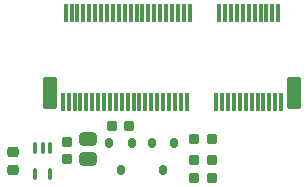
<source format=gbr>
%TF.GenerationSoftware,KiCad,Pcbnew,8.0.6-8.0.6-0~ubuntu24.04.1*%
%TF.CreationDate,2024-11-15T10:18:14-05:00*%
%TF.ProjectId,mPCIE-to-M_2_E-Key,6d504349-452d-4746-9f2d-4d5f325f452d,rev?*%
%TF.SameCoordinates,Original*%
%TF.FileFunction,Paste,Top*%
%TF.FilePolarity,Positive*%
%FSLAX46Y46*%
G04 Gerber Fmt 4.6, Leading zero omitted, Abs format (unit mm)*
G04 Created by KiCad (PCBNEW 8.0.6-8.0.6-0~ubuntu24.04.1) date 2024-11-15 10:18:14*
%MOMM*%
%LPD*%
G01*
G04 APERTURE LIST*
G04 Aperture macros list*
%AMRoundRect*
0 Rectangle with rounded corners*
0 $1 Rounding radius*
0 $2 $3 $4 $5 $6 $7 $8 $9 X,Y pos of 4 corners*
0 Add a 4 corners polygon primitive as box body*
4,1,4,$2,$3,$4,$5,$6,$7,$8,$9,$2,$3,0*
0 Add four circle primitives for the rounded corners*
1,1,$1+$1,$2,$3*
1,1,$1+$1,$4,$5*
1,1,$1+$1,$6,$7*
1,1,$1+$1,$8,$9*
0 Add four rect primitives between the rounded corners*
20,1,$1+$1,$2,$3,$4,$5,0*
20,1,$1+$1,$4,$5,$6,$7,0*
20,1,$1+$1,$6,$7,$8,$9,0*
20,1,$1+$1,$8,$9,$2,$3,0*%
G04 Aperture macros list end*
%ADD10RoundRect,0.278750X0.453750X-0.278750X0.453750X0.278750X-0.453750X0.278750X-0.453750X-0.278750X0*%
%ADD11RoundRect,0.250000X0.350000X1.125000X-0.350000X1.125000X-0.350000X-1.125000X0.350000X-1.125000X0*%
%ADD12RoundRect,0.075000X0.075000X0.700000X-0.075000X0.700000X-0.075000X-0.700000X0.075000X-0.700000X0*%
%ADD13RoundRect,0.205000X0.205000X0.259500X-0.205000X0.259500X-0.205000X-0.259500X0.205000X-0.259500X0*%
%ADD14RoundRect,0.152250X-0.152250X0.260750X-0.152250X-0.260750X0.152250X-0.260750X0.152250X0.260750X0*%
%ADD15RoundRect,0.205000X0.259500X-0.205000X0.259500X0.205000X-0.259500X0.205000X-0.259500X-0.205000X0*%
%ADD16RoundRect,0.205000X-0.205000X-0.259500X0.205000X-0.259500X0.205000X0.259500X-0.205000X0.259500X0*%
%ADD17RoundRect,0.100000X-0.100000X0.375000X-0.100000X-0.375000X0.100000X-0.375000X0.100000X0.375000X0*%
%ADD18RoundRect,0.217750X0.267250X-0.217750X0.267250X0.217750X-0.267250X0.217750X-0.267250X-0.217750X0*%
G04 APERTURE END LIST*
D10*
%TO.C,C2*%
X126750000Y-122550000D03*
X126750000Y-120850000D03*
%TD*%
D11*
%TO.C,J2*%
X123500000Y-117000000D03*
X144200000Y-117000000D03*
D12*
X124600000Y-117775000D03*
X124850000Y-110225000D03*
X125100000Y-117775000D03*
X125350000Y-110225000D03*
X125600000Y-117775000D03*
X125850000Y-110225000D03*
X126100000Y-117775000D03*
X126350000Y-110225000D03*
X126600000Y-117775000D03*
X126850000Y-110225000D03*
X127100000Y-117775000D03*
X127350000Y-110225000D03*
X127600000Y-117775000D03*
X127850000Y-110225000D03*
X128100000Y-117775000D03*
X128350000Y-110225000D03*
X128600000Y-117775000D03*
X128850000Y-110225000D03*
X129100000Y-117775000D03*
X129350000Y-110225000D03*
X129600000Y-117775000D03*
X129850000Y-110225000D03*
X130100000Y-117775000D03*
X130350000Y-110225000D03*
X130600000Y-117775000D03*
X130850000Y-110225000D03*
X131100000Y-117775000D03*
X131350000Y-110225000D03*
X131600000Y-117775000D03*
X131850000Y-110225000D03*
X132100000Y-117775000D03*
X132350000Y-110225000D03*
X132600000Y-117775000D03*
X132850000Y-110225000D03*
X133100000Y-117775000D03*
X133350000Y-110225000D03*
X133600000Y-117775000D03*
X133850000Y-110225000D03*
X134100000Y-117775000D03*
X134350000Y-110225000D03*
X134600000Y-117775000D03*
X134850000Y-110225000D03*
X135100000Y-117775000D03*
X135350000Y-110225000D03*
X137600000Y-117775000D03*
X137850000Y-110225000D03*
X138100000Y-117775000D03*
X138350000Y-110225000D03*
X138600000Y-117775000D03*
X138850000Y-110225000D03*
X139100000Y-117775000D03*
X139350000Y-110225000D03*
X139600000Y-117775000D03*
X139850000Y-110225000D03*
X140100000Y-117775000D03*
X140350000Y-110225000D03*
X140600000Y-117775000D03*
X140850000Y-110225000D03*
X141100000Y-117775000D03*
X141350000Y-110225000D03*
X141600000Y-117775000D03*
X141850000Y-110225000D03*
X142100000Y-117775000D03*
X142350000Y-110225000D03*
X142600000Y-117775000D03*
X142850000Y-110225000D03*
X143100000Y-117775000D03*
%TD*%
D13*
%TO.C,R3*%
X130255000Y-119800000D03*
X128745000Y-119800000D03*
%TD*%
D14*
%TO.C,Q1*%
X130450000Y-121237000D03*
X128550000Y-121237000D03*
X129500000Y-123463000D03*
%TD*%
%TO.C,Q2*%
X134050000Y-121237000D03*
X132150000Y-121237000D03*
X133100000Y-123463000D03*
%TD*%
D15*
%TO.C,R1*%
X137250000Y-124155000D03*
X137250000Y-122645000D03*
%TD*%
D16*
%TO.C,R4*%
X135745000Y-120900000D03*
X137255000Y-120900000D03*
%TD*%
D17*
%TO.C,U1*%
X123550000Y-121650000D03*
X122900000Y-121650000D03*
X122250000Y-121650000D03*
X122250000Y-123850000D03*
X123550000Y-123850000D03*
%TD*%
D15*
%TO.C,R5*%
X125000000Y-122605000D03*
X125000000Y-121095000D03*
%TD*%
%TO.C,R2*%
X135750000Y-124155000D03*
X135750000Y-122645000D03*
%TD*%
D18*
%TO.C,C1*%
X120400000Y-123500000D03*
X120400000Y-122000000D03*
%TD*%
M02*

</source>
